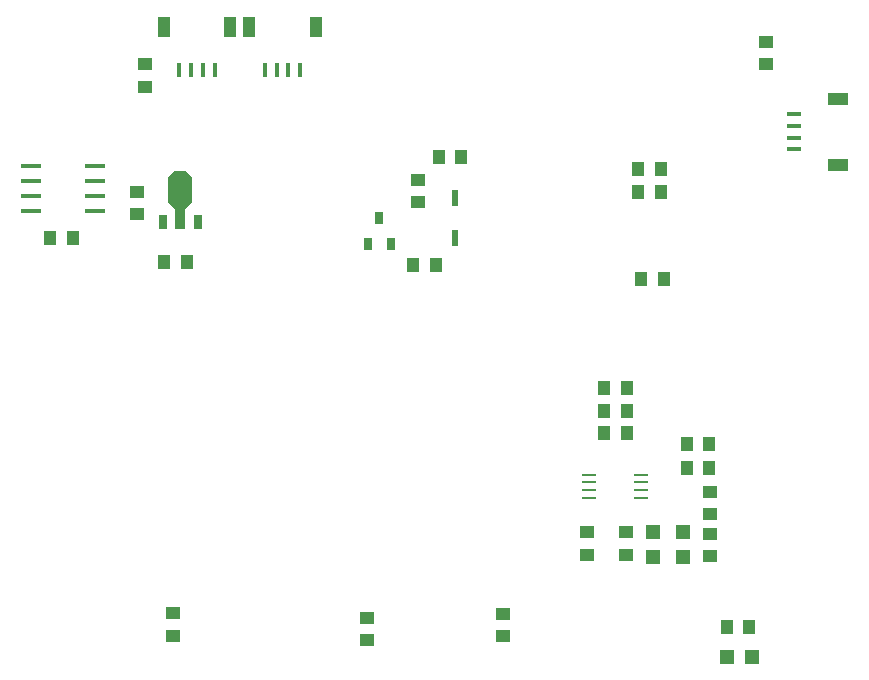
<source format=gtp>
G04 DipTrace 3.3.1.3*
G04 T4-T36-Breakout.gtp*
%MOIN*%
G04 #@! TF.FileFunction,Paste,Top*
G04 #@! TF.Part,Single*
%AMOUTLINE2*
4,1,10,
0.015745,-0.096454,
0.015745,-0.031833,
0.039367,-0.008211,
0.039367,0.07514,
0.018053,0.096454,
-0.018053,0.096454,
-0.039367,0.07514,
-0.039367,-0.008211,
-0.015745,-0.031833,
-0.015745,-0.096454,
0.015745,-0.096454,
0*%
%ADD46R,0.047244X0.047244*%
%ADD74R,0.047238X0.007868*%
%ADD76R,0.03149X0.051175*%
%ADD86R,0.07086X0.015742*%
%ADD94R,0.025585X0.043301*%
%ADD98R,0.04527X0.015742*%
%ADD100R,0.07086X0.039364*%
%ADD102R,0.015742X0.04527*%
%ADD104R,0.039364X0.07086*%
%ADD120R,0.023616X0.055112*%
%ADD126R,0.043301X0.051175*%
%ADD128R,0.051175X0.043301*%
%ADD138OUTLINE2*%
%FSLAX26Y26*%
G04*
G70*
G90*
G75*
G01*
G04 TopPaste*
%LPD*%
D128*
X3518700Y2443700D3*
Y2518503D3*
X2923700Y883700D3*
Y808897D3*
X2188700Y598700D3*
Y523897D3*
D126*
X1208700Y1863700D3*
X1133897D3*
X2428700Y2133700D3*
X2503503D3*
D128*
X1448700Y2368700D3*
Y2443503D3*
X1543700Y613700D3*
Y538897D3*
X2643700Y611102D3*
Y536298D3*
D126*
X3103700Y1728700D3*
X3178503D3*
D128*
X1423700Y2018700D3*
Y1943897D3*
D126*
X1588700Y1783700D3*
X1513897D3*
D120*
X2483700Y1998700D3*
Y1864842D3*
D104*
X1733700Y2568385D3*
X1513228D3*
D102*
X1682519Y2423700D3*
X1643149D3*
X1603779D3*
X1564409D3*
D104*
X2018700Y2568385D3*
X1798228D3*
D102*
X1967519Y2423700D3*
X1928149D3*
X1888779D3*
X1849409D3*
D100*
X3758700Y2108464D3*
Y2328936D3*
D98*
X3614015Y2159645D3*
Y2199015D3*
Y2238385D3*
Y2277755D3*
D46*
X3143700Y885039D3*
Y802361D3*
X3243700Y885039D3*
Y802361D3*
X3391220Y468700D3*
X3473897D3*
D94*
X2193700Y1843700D3*
X2268503D3*
X2231102Y1930314D3*
D126*
X3093700Y2093700D3*
X3168503D3*
X3168700Y2018700D3*
X3093897D3*
X2343700Y1773700D3*
X2418503D3*
D128*
X2358700Y1983700D3*
Y2058503D3*
D126*
X3463700Y568700D3*
X3388897D3*
X3056102Y1363700D3*
X2981298D3*
D128*
X3053700Y883700D3*
Y808897D3*
X3333700Y943700D3*
Y1018503D3*
D126*
X3056102Y1288700D3*
X2981298D3*
X3256298Y1178700D3*
X3331102D3*
X3256298Y1098700D3*
X3331102D3*
X3056102Y1213700D3*
X2981298D3*
D128*
X3333700Y878700D3*
Y803897D3*
D86*
X1283700Y1953700D3*
Y2003700D3*
Y2053700D3*
Y2103700D3*
X1071102D3*
Y2053700D3*
Y2003700D3*
Y1953700D3*
D76*
X1508700Y1918700D3*
D138*
X1567755Y1989566D3*
D76*
X1626810Y1918700D3*
D74*
X3103700Y998700D3*
Y1024291D3*
Y1049881D3*
Y1075472D3*
X2930472D3*
Y1049881D3*
Y1024291D3*
Y998700D3*
M02*

</source>
